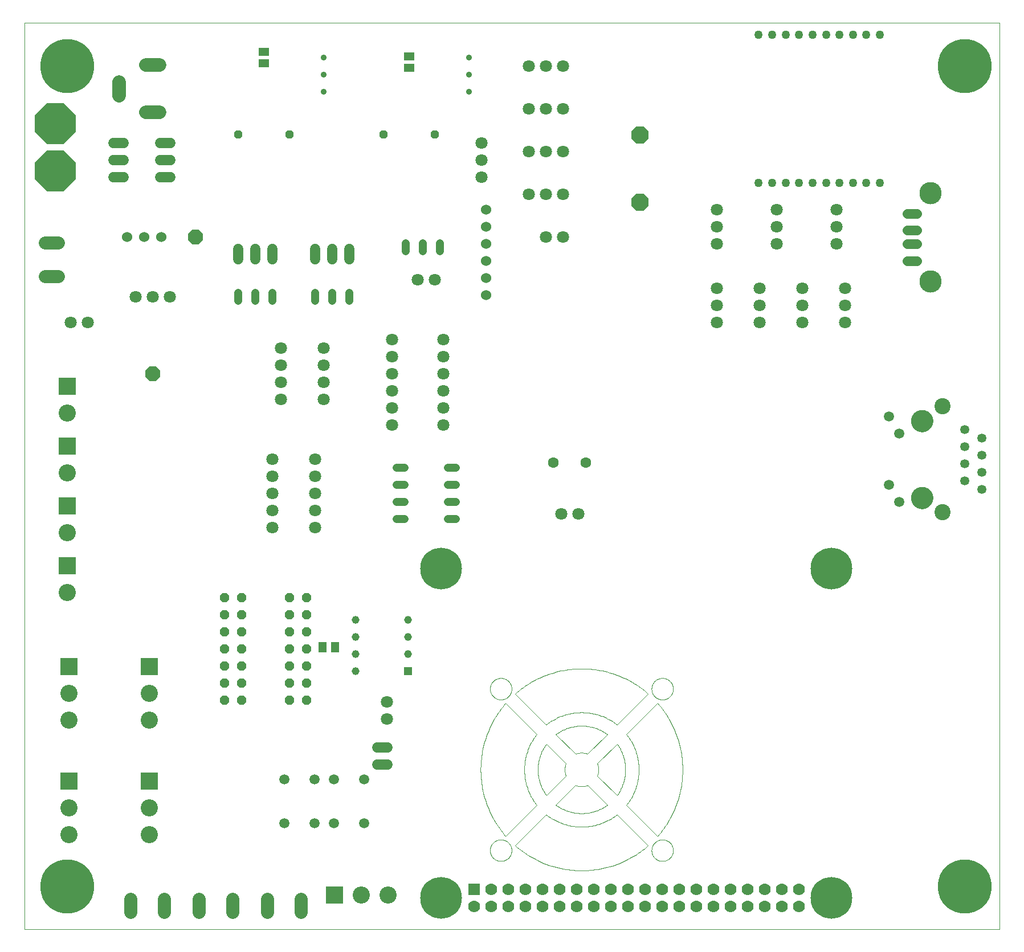
<source format=gbs>
G04 EAGLE Gerber X2 export*
%TF.Part,Single*%
%TF.FileFunction,Other,Solder Mask bottom*%
%TF.FilePolarity,Positive*%
%TF.GenerationSoftware,Autodesk,EAGLE,9.4.0*%
%TF.CreationDate,2019-06-20T13:46:01Z*%
G75*
%MOMM*%
%FSLAX34Y34*%
%LPD*%
%INSolder Mask bottom*%
%AMOC8*
5,1,8,0,0,1.08239X$1,22.5*%
G01*
%ADD10C,0.000000*%
%ADD11C,0.001000*%
%ADD12C,1.600000*%
%ADD13C,1.500000*%
%ADD14C,2.400000*%
%ADD15C,1.350000*%
%ADD16C,3.200000*%
%ADD17R,2.550000X2.550000*%
%ADD18C,2.550000*%
%ADD19C,1.800000*%
%ADD20P,2.336880X8X22.500000*%
%ADD21C,1.219200*%
%ADD22C,1.524000*%
%ADD23C,1.524000*%
%ADD24P,1.319650X8X202.500000*%
%ADD25C,1.981200*%
%ADD26P,2.749271X8X112.500000*%
%ADD27R,1.500000X1.300000*%
%ADD28C,0.914400*%
%ADD29P,1.484606X8X112.500000*%
%ADD30R,1.778000X1.778000*%
%ADD31C,1.778000*%
%ADD32C,6.200000*%
%ADD33C,2.000000*%
%ADD34C,1.425000*%
%ADD35C,3.316000*%
%ADD36C,1.270000*%
%ADD37R,1.159000X1.159000*%
%ADD38C,1.159000*%
%ADD39R,1.300000X1.500000*%
%ADD40P,6.511658X8X292.500000*%
%ADD41C,8.000000*%


D10*
X0Y0D02*
X1449200Y0D01*
X1449200Y1347600D01*
X0Y1347600D01*
X0Y0D01*
D11*
X714999Y138591D02*
X761142Y184734D01*
X761143Y184735D02*
X759885Y186370D01*
X758668Y188036D01*
X757492Y189731D01*
X756357Y191454D01*
X755264Y193203D01*
X754214Y194979D01*
X753207Y196780D01*
X752245Y198605D01*
X751326Y200452D01*
X750454Y202322D01*
X749626Y204211D01*
X748845Y206121D01*
X748110Y208049D01*
X747423Y209994D01*
X746782Y211955D01*
X746190Y213931D01*
X745646Y215921D01*
X745150Y217924D01*
X744703Y219938D01*
X744305Y221962D01*
X743956Y223995D01*
X743656Y226037D01*
X743407Y228084D01*
X743207Y230138D01*
X743056Y232195D01*
X742956Y234256D01*
X742906Y236318D01*
X742906Y238382D01*
X742956Y240444D01*
X743056Y242505D01*
X743207Y244562D01*
X743407Y246616D01*
X743656Y248663D01*
X743956Y250705D01*
X744305Y252738D01*
X744703Y254762D01*
X745150Y256776D01*
X745646Y258779D01*
X746190Y260769D01*
X746782Y262745D01*
X747423Y264706D01*
X748110Y266651D01*
X748845Y268579D01*
X749626Y270489D01*
X750454Y272378D01*
X751326Y274248D01*
X752245Y276095D01*
X753207Y277920D01*
X754214Y279721D01*
X755264Y281497D01*
X756357Y283246D01*
X757492Y284969D01*
X758668Y286664D01*
X759885Y288330D01*
X761143Y289965D01*
X761142Y289966D02*
X714999Y336109D01*
X712627Y333329D01*
X710324Y330493D01*
X708090Y327601D01*
X705927Y324655D01*
X703837Y321658D01*
X701820Y318611D01*
X699878Y315516D01*
X698012Y312374D01*
X696223Y309187D01*
X694512Y305958D01*
X692881Y302689D01*
X691329Y299380D01*
X689859Y296035D01*
X688470Y292655D01*
X687164Y289242D01*
X685942Y285798D01*
X684804Y282326D01*
X683751Y278827D01*
X682784Y275303D01*
X681902Y271756D01*
X681107Y268190D01*
X680400Y264605D01*
X679780Y261004D01*
X679247Y257388D01*
X678803Y253761D01*
X678448Y250124D01*
X678181Y246480D01*
X678003Y242830D01*
X677914Y239177D01*
X677914Y235523D01*
X678003Y231870D01*
X678181Y228220D01*
X678448Y224576D01*
X678803Y220939D01*
X679247Y217312D01*
X679780Y213696D01*
X680400Y210095D01*
X681107Y206510D01*
X681902Y202944D01*
X682784Y199397D01*
X683751Y195873D01*
X684804Y192374D01*
X685942Y188902D01*
X687164Y185458D01*
X688470Y182045D01*
X689859Y178665D01*
X691329Y175320D01*
X692881Y172011D01*
X694512Y168742D01*
X696223Y165513D01*
X698012Y162326D01*
X699878Y159184D01*
X701820Y156089D01*
X703837Y153042D01*
X705927Y150045D01*
X708090Y147099D01*
X710324Y144207D01*
X712627Y141371D01*
X714999Y138591D01*
X880516Y304108D02*
X926659Y350251D01*
X880515Y304107D02*
X878880Y305365D01*
X877214Y306582D01*
X875519Y307758D01*
X873796Y308893D01*
X872047Y309986D01*
X870271Y311036D01*
X868470Y312043D01*
X866645Y313005D01*
X864798Y313924D01*
X862928Y314796D01*
X861039Y315624D01*
X859129Y316405D01*
X857201Y317140D01*
X855256Y317827D01*
X853295Y318468D01*
X851319Y319060D01*
X849329Y319604D01*
X847326Y320100D01*
X845312Y320547D01*
X843288Y320945D01*
X841255Y321294D01*
X839213Y321594D01*
X837166Y321843D01*
X835112Y322043D01*
X833055Y322194D01*
X830994Y322294D01*
X828932Y322344D01*
X826868Y322344D01*
X824806Y322294D01*
X822745Y322194D01*
X820688Y322043D01*
X818634Y321843D01*
X816587Y321594D01*
X814545Y321294D01*
X812512Y320945D01*
X810488Y320547D01*
X808474Y320100D01*
X806471Y319604D01*
X804481Y319060D01*
X802505Y318468D01*
X800544Y317827D01*
X798599Y317140D01*
X796671Y316405D01*
X794761Y315624D01*
X792872Y314796D01*
X791002Y313924D01*
X789155Y313005D01*
X787330Y312043D01*
X785529Y311036D01*
X783753Y309986D01*
X782004Y308893D01*
X780281Y307758D01*
X778586Y306582D01*
X776920Y305365D01*
X775285Y304107D01*
X775284Y304108D02*
X729141Y350251D01*
X731921Y352623D01*
X734757Y354926D01*
X737649Y357160D01*
X740595Y359323D01*
X743592Y361413D01*
X746639Y363430D01*
X749734Y365372D01*
X752876Y367238D01*
X756063Y369027D01*
X759292Y370738D01*
X762561Y372369D01*
X765870Y373921D01*
X769215Y375391D01*
X772595Y376780D01*
X776008Y378086D01*
X779452Y379308D01*
X782924Y380446D01*
X786423Y381499D01*
X789947Y382466D01*
X793494Y383348D01*
X797060Y384143D01*
X800645Y384850D01*
X804246Y385470D01*
X807862Y386003D01*
X811489Y386447D01*
X815126Y386802D01*
X818770Y387069D01*
X822420Y387247D01*
X826073Y387336D01*
X829727Y387336D01*
X833380Y387247D01*
X837030Y387069D01*
X840674Y386802D01*
X844311Y386447D01*
X847938Y386003D01*
X851554Y385470D01*
X855155Y384850D01*
X858740Y384143D01*
X862306Y383348D01*
X865853Y382466D01*
X869377Y381499D01*
X872876Y380446D01*
X876348Y379308D01*
X879792Y378086D01*
X883205Y376780D01*
X886585Y375391D01*
X889930Y373921D01*
X893239Y372369D01*
X896508Y370738D01*
X899737Y369027D01*
X902924Y367238D01*
X906066Y365372D01*
X909161Y363430D01*
X912208Y361413D01*
X915205Y359323D01*
X918151Y357160D01*
X921043Y354926D01*
X923879Y352623D01*
X926659Y350251D01*
X880516Y170592D02*
X926659Y124449D01*
X880515Y170593D02*
X878880Y169335D01*
X877214Y168118D01*
X875519Y166942D01*
X873796Y165807D01*
X872047Y164714D01*
X870271Y163664D01*
X868470Y162657D01*
X866645Y161695D01*
X864798Y160776D01*
X862928Y159904D01*
X861039Y159076D01*
X859129Y158295D01*
X857201Y157560D01*
X855256Y156873D01*
X853295Y156232D01*
X851319Y155640D01*
X849329Y155096D01*
X847326Y154600D01*
X845312Y154153D01*
X843288Y153755D01*
X841255Y153406D01*
X839213Y153106D01*
X837166Y152857D01*
X835112Y152657D01*
X833055Y152506D01*
X830994Y152406D01*
X828932Y152356D01*
X826868Y152356D01*
X824806Y152406D01*
X822745Y152506D01*
X820688Y152657D01*
X818634Y152857D01*
X816587Y153106D01*
X814545Y153406D01*
X812512Y153755D01*
X810488Y154153D01*
X808474Y154600D01*
X806471Y155096D01*
X804481Y155640D01*
X802505Y156232D01*
X800544Y156873D01*
X798599Y157560D01*
X796671Y158295D01*
X794761Y159076D01*
X792872Y159904D01*
X791002Y160776D01*
X789155Y161695D01*
X787330Y162657D01*
X785529Y163664D01*
X783753Y164714D01*
X782004Y165807D01*
X780281Y166942D01*
X778586Y168118D01*
X776920Y169335D01*
X775285Y170593D01*
X775284Y170592D02*
X729141Y124449D01*
X731921Y122077D01*
X734757Y119774D01*
X737649Y117540D01*
X740595Y115377D01*
X743592Y113287D01*
X746639Y111270D01*
X749734Y109328D01*
X752876Y107462D01*
X756063Y105673D01*
X759292Y103962D01*
X762561Y102331D01*
X765870Y100779D01*
X769215Y99309D01*
X772595Y97920D01*
X776008Y96614D01*
X779452Y95392D01*
X782924Y94254D01*
X786423Y93201D01*
X789947Y92234D01*
X793494Y91352D01*
X797060Y90557D01*
X800645Y89850D01*
X804246Y89230D01*
X807862Y88697D01*
X811489Y88253D01*
X815126Y87898D01*
X818770Y87631D01*
X822420Y87453D01*
X826073Y87364D01*
X829727Y87364D01*
X833380Y87453D01*
X837030Y87631D01*
X840674Y87898D01*
X844311Y88253D01*
X847938Y88697D01*
X851554Y89230D01*
X855155Y89850D01*
X858740Y90557D01*
X862306Y91352D01*
X865853Y92234D01*
X869377Y93201D01*
X872876Y94254D01*
X876348Y95392D01*
X879792Y96614D01*
X883205Y97920D01*
X886585Y99309D01*
X889930Y100779D01*
X893239Y102331D01*
X896508Y103962D01*
X899737Y105673D01*
X902924Y107462D01*
X906066Y109328D01*
X909161Y111270D01*
X912208Y113287D01*
X915205Y115377D01*
X918151Y117540D01*
X921043Y119774D01*
X923879Y122077D01*
X926659Y124449D01*
X894657Y184735D02*
X895915Y186370D01*
X897132Y188036D01*
X898308Y189731D01*
X899443Y191454D01*
X900536Y193203D01*
X901586Y194979D01*
X902593Y196780D01*
X903555Y198605D01*
X904474Y200452D01*
X905346Y202322D01*
X906174Y204211D01*
X906955Y206121D01*
X907690Y208049D01*
X908377Y209994D01*
X909018Y211955D01*
X909610Y213931D01*
X910154Y215921D01*
X910650Y217924D01*
X911097Y219938D01*
X911495Y221962D01*
X911844Y223995D01*
X912144Y226037D01*
X912393Y228084D01*
X912593Y230138D01*
X912744Y232195D01*
X912844Y234256D01*
X912894Y236318D01*
X912894Y238382D01*
X912844Y240444D01*
X912744Y242505D01*
X912593Y244562D01*
X912393Y246616D01*
X912144Y248663D01*
X911844Y250705D01*
X911495Y252738D01*
X911097Y254762D01*
X910650Y256776D01*
X910154Y258779D01*
X909610Y260769D01*
X909018Y262745D01*
X908377Y264706D01*
X907690Y266651D01*
X906955Y268579D01*
X906174Y270489D01*
X905346Y272378D01*
X904474Y274248D01*
X903555Y276095D01*
X902593Y277920D01*
X901586Y279721D01*
X900536Y281497D01*
X899443Y283246D01*
X898308Y284969D01*
X897132Y286664D01*
X895915Y288330D01*
X894657Y289965D01*
X894658Y184734D02*
X940801Y138591D01*
X943173Y141371D01*
X945476Y144207D01*
X947710Y147099D01*
X949873Y150045D01*
X951963Y153042D01*
X953980Y156089D01*
X955922Y159184D01*
X957788Y162326D01*
X959577Y165513D01*
X961288Y168742D01*
X962919Y172011D01*
X964471Y175320D01*
X965941Y178665D01*
X967330Y182045D01*
X968636Y185458D01*
X969858Y188902D01*
X970996Y192374D01*
X972049Y195873D01*
X973016Y199397D01*
X973898Y202944D01*
X974693Y206510D01*
X975400Y210095D01*
X976020Y213696D01*
X976553Y217312D01*
X976997Y220939D01*
X977352Y224576D01*
X977619Y228220D01*
X977797Y231870D01*
X977886Y235523D01*
X977886Y239177D01*
X977797Y242830D01*
X977619Y246480D01*
X977352Y250124D01*
X976997Y253761D01*
X976553Y257388D01*
X976020Y261004D01*
X975400Y264605D01*
X974693Y268190D01*
X973898Y271756D01*
X973016Y275303D01*
X972049Y278827D01*
X970996Y282326D01*
X969858Y285798D01*
X968636Y289242D01*
X967330Y292655D01*
X965941Y296035D01*
X964471Y299380D01*
X962919Y302689D01*
X961288Y305958D01*
X959577Y309187D01*
X957788Y312374D01*
X955922Y315516D01*
X953980Y318611D01*
X951963Y321658D01*
X949873Y324655D01*
X947710Y327601D01*
X945476Y330493D01*
X943173Y333329D01*
X940801Y336109D01*
X894658Y289966D01*
X880386Y275694D02*
X881301Y274409D01*
X882184Y273102D01*
X883036Y271774D01*
X883855Y270426D01*
X884641Y269059D01*
X885394Y267673D01*
X886113Y266269D01*
X886797Y264848D01*
X887447Y263411D01*
X888062Y261958D01*
X888641Y260491D01*
X889185Y259010D01*
X889692Y257517D01*
X890163Y256012D01*
X890598Y254495D01*
X890996Y252969D01*
X891356Y251433D01*
X891679Y249890D01*
X891964Y248338D01*
X892212Y246781D01*
X892422Y245217D01*
X892594Y243649D01*
X892728Y242078D01*
X892823Y240503D01*
X892881Y238927D01*
X892900Y237350D01*
X892881Y235773D01*
X892823Y234197D01*
X892728Y232622D01*
X892594Y231051D01*
X892422Y229483D01*
X892212Y227919D01*
X891964Y226362D01*
X891679Y224810D01*
X891356Y223267D01*
X890996Y221731D01*
X890598Y220205D01*
X890163Y218688D01*
X889692Y217183D01*
X889185Y215690D01*
X888641Y214209D01*
X888062Y212742D01*
X887447Y211289D01*
X886797Y209852D01*
X886113Y208431D01*
X885394Y207027D01*
X884641Y205641D01*
X883855Y204274D01*
X883036Y202926D01*
X882184Y201598D01*
X881301Y200291D01*
X880386Y199006D01*
X851173Y228219D01*
X851387Y228783D01*
X851586Y229352D01*
X851772Y229926D01*
X851944Y230504D01*
X852102Y231086D01*
X852247Y231671D01*
X852376Y232260D01*
X852492Y232852D01*
X852593Y233446D01*
X852680Y234043D01*
X852753Y234642D01*
X852811Y235242D01*
X852855Y235843D01*
X852884Y236446D01*
X852898Y237048D01*
X852898Y237652D01*
X852884Y238254D01*
X852855Y238857D01*
X852811Y239458D01*
X852753Y240058D01*
X852680Y240657D01*
X852593Y241254D01*
X852492Y241848D01*
X852376Y242440D01*
X852247Y243029D01*
X852102Y243614D01*
X851944Y244196D01*
X851772Y244774D01*
X851586Y245348D01*
X851387Y245917D01*
X851173Y246481D01*
X880386Y275694D01*
X866244Y289836D02*
X864959Y290751D01*
X863652Y291634D01*
X862324Y292486D01*
X860976Y293305D01*
X859609Y294091D01*
X858223Y294844D01*
X856819Y295563D01*
X855398Y296247D01*
X853961Y296897D01*
X852508Y297512D01*
X851041Y298091D01*
X849560Y298635D01*
X848067Y299142D01*
X846562Y299613D01*
X845045Y300048D01*
X843519Y300446D01*
X841983Y300806D01*
X840440Y301129D01*
X838888Y301414D01*
X837331Y301662D01*
X835767Y301872D01*
X834199Y302044D01*
X832628Y302178D01*
X831053Y302273D01*
X829477Y302331D01*
X827900Y302350D01*
X826323Y302331D01*
X824747Y302273D01*
X823172Y302178D01*
X821601Y302044D01*
X820033Y301872D01*
X818469Y301662D01*
X816912Y301414D01*
X815360Y301129D01*
X813817Y300806D01*
X812281Y300446D01*
X810755Y300048D01*
X809238Y299613D01*
X807733Y299142D01*
X806240Y298635D01*
X804759Y298091D01*
X803292Y297512D01*
X801839Y296897D01*
X800402Y296247D01*
X798981Y295563D01*
X797577Y294844D01*
X796191Y294091D01*
X794824Y293305D01*
X793476Y292486D01*
X792148Y291634D01*
X790841Y290751D01*
X789556Y289836D01*
X818769Y260623D01*
X819333Y260837D01*
X819902Y261036D01*
X820476Y261222D01*
X821054Y261394D01*
X821636Y261552D01*
X822221Y261697D01*
X822810Y261826D01*
X823402Y261942D01*
X823996Y262043D01*
X824593Y262130D01*
X825192Y262203D01*
X825792Y262261D01*
X826393Y262305D01*
X826996Y262334D01*
X827598Y262348D01*
X828202Y262348D01*
X828804Y262334D01*
X829407Y262305D01*
X830008Y262261D01*
X830608Y262203D01*
X831207Y262130D01*
X831804Y262043D01*
X832398Y261942D01*
X832990Y261826D01*
X833579Y261697D01*
X834164Y261552D01*
X834746Y261394D01*
X835324Y261222D01*
X835898Y261036D01*
X836467Y260837D01*
X837031Y260623D01*
X866244Y289836D01*
X837031Y214077D02*
X836467Y213863D01*
X835898Y213664D01*
X835324Y213478D01*
X834746Y213306D01*
X834164Y213148D01*
X833579Y213003D01*
X832990Y212874D01*
X832398Y212758D01*
X831804Y212657D01*
X831207Y212570D01*
X830608Y212497D01*
X830008Y212439D01*
X829407Y212395D01*
X828804Y212366D01*
X828202Y212352D01*
X827598Y212352D01*
X826996Y212366D01*
X826393Y212395D01*
X825792Y212439D01*
X825192Y212497D01*
X824593Y212570D01*
X823996Y212657D01*
X823402Y212758D01*
X822810Y212874D01*
X822221Y213003D01*
X821636Y213148D01*
X821054Y213306D01*
X820476Y213478D01*
X819902Y213664D01*
X819333Y213863D01*
X818769Y214077D01*
X837031Y214077D02*
X866244Y184864D01*
X864959Y183949D01*
X863652Y183066D01*
X862324Y182214D01*
X860976Y181395D01*
X859609Y180609D01*
X858223Y179856D01*
X856819Y179137D01*
X855398Y178453D01*
X853961Y177803D01*
X852508Y177188D01*
X851041Y176609D01*
X849560Y176065D01*
X848067Y175558D01*
X846562Y175087D01*
X845045Y174652D01*
X843519Y174254D01*
X841983Y173894D01*
X840440Y173571D01*
X838888Y173286D01*
X837331Y173038D01*
X835767Y172828D01*
X834199Y172656D01*
X832628Y172522D01*
X831053Y172427D01*
X829477Y172369D01*
X827900Y172350D01*
X826323Y172369D01*
X824747Y172427D01*
X823172Y172522D01*
X821601Y172656D01*
X820033Y172828D01*
X818469Y173038D01*
X816912Y173286D01*
X815360Y173571D01*
X813817Y173894D01*
X812281Y174254D01*
X810755Y174652D01*
X809238Y175087D01*
X807733Y175558D01*
X806240Y176065D01*
X804759Y176609D01*
X803292Y177188D01*
X801839Y177803D01*
X800402Y178453D01*
X798981Y179137D01*
X797577Y179856D01*
X796191Y180609D01*
X794824Y181395D01*
X793476Y182214D01*
X792148Y183066D01*
X790841Y183949D01*
X789556Y184864D01*
X818769Y214077D01*
X804627Y228219D02*
X804413Y228783D01*
X804214Y229352D01*
X804028Y229926D01*
X803856Y230504D01*
X803698Y231086D01*
X803553Y231671D01*
X803424Y232260D01*
X803308Y232852D01*
X803207Y233446D01*
X803120Y234043D01*
X803047Y234642D01*
X802989Y235242D01*
X802945Y235843D01*
X802916Y236446D01*
X802902Y237048D01*
X802902Y237652D01*
X802916Y238254D01*
X802945Y238857D01*
X802989Y239458D01*
X803047Y240058D01*
X803120Y240657D01*
X803207Y241254D01*
X803308Y241848D01*
X803424Y242440D01*
X803553Y243029D01*
X803698Y243614D01*
X803856Y244196D01*
X804028Y244774D01*
X804214Y245348D01*
X804413Y245917D01*
X804627Y246481D01*
X775414Y275694D01*
X774499Y274409D01*
X773616Y273102D01*
X772764Y271774D01*
X771945Y270426D01*
X771159Y269059D01*
X770406Y267673D01*
X769687Y266269D01*
X769003Y264848D01*
X768353Y263411D01*
X767738Y261958D01*
X767159Y260491D01*
X766615Y259010D01*
X766108Y257517D01*
X765637Y256012D01*
X765202Y254495D01*
X764804Y252969D01*
X764444Y251433D01*
X764121Y249890D01*
X763836Y248338D01*
X763588Y246781D01*
X763378Y245217D01*
X763206Y243649D01*
X763072Y242078D01*
X762977Y240503D01*
X762919Y238927D01*
X762900Y237350D01*
X762919Y235773D01*
X762977Y234197D01*
X763072Y232622D01*
X763206Y231051D01*
X763378Y229483D01*
X763588Y227919D01*
X763836Y226362D01*
X764121Y224810D01*
X764444Y223267D01*
X764804Y221731D01*
X765202Y220205D01*
X765637Y218688D01*
X766108Y217183D01*
X766615Y215690D01*
X767159Y214209D01*
X767738Y212742D01*
X768353Y211289D01*
X769003Y209852D01*
X769687Y208431D01*
X770406Y207027D01*
X771159Y205641D01*
X771945Y204274D01*
X772764Y202926D01*
X773616Y201598D01*
X774499Y200291D01*
X775414Y199006D01*
X804627Y228219D01*
X691900Y117350D02*
X691905Y117743D01*
X691919Y118135D01*
X691943Y118527D01*
X691977Y118918D01*
X692020Y119309D01*
X692073Y119698D01*
X692136Y120085D01*
X692207Y120471D01*
X692289Y120856D01*
X692379Y121238D01*
X692480Y121617D01*
X692589Y121995D01*
X692708Y122369D01*
X692835Y122740D01*
X692972Y123108D01*
X693118Y123473D01*
X693273Y123834D01*
X693436Y124191D01*
X693608Y124544D01*
X693789Y124892D01*
X693979Y125236D01*
X694176Y125576D01*
X694382Y125910D01*
X694596Y126239D01*
X694819Y126563D01*
X695049Y126881D01*
X695286Y127194D01*
X695532Y127500D01*
X695785Y127801D01*
X696045Y128095D01*
X696312Y128383D01*
X696586Y128664D01*
X696867Y128938D01*
X697155Y129205D01*
X697449Y129465D01*
X697750Y129718D01*
X698056Y129964D01*
X698369Y130201D01*
X698687Y130431D01*
X699011Y130654D01*
X699340Y130868D01*
X699674Y131074D01*
X700014Y131271D01*
X700358Y131461D01*
X700706Y131642D01*
X701059Y131814D01*
X701416Y131977D01*
X701777Y132132D01*
X702142Y132278D01*
X702510Y132415D01*
X702881Y132542D01*
X703255Y132661D01*
X703633Y132770D01*
X704012Y132871D01*
X704394Y132961D01*
X704779Y133043D01*
X705165Y133114D01*
X705552Y133177D01*
X705941Y133230D01*
X706332Y133273D01*
X706723Y133307D01*
X707115Y133331D01*
X707507Y133345D01*
X707900Y133350D01*
X708293Y133345D01*
X708685Y133331D01*
X709077Y133307D01*
X709468Y133273D01*
X709859Y133230D01*
X710248Y133177D01*
X710635Y133114D01*
X711021Y133043D01*
X711406Y132961D01*
X711788Y132871D01*
X712167Y132770D01*
X712545Y132661D01*
X712919Y132542D01*
X713290Y132415D01*
X713658Y132278D01*
X714023Y132132D01*
X714384Y131977D01*
X714741Y131814D01*
X715094Y131642D01*
X715442Y131461D01*
X715786Y131271D01*
X716126Y131074D01*
X716460Y130868D01*
X716789Y130654D01*
X717113Y130431D01*
X717431Y130201D01*
X717744Y129964D01*
X718050Y129718D01*
X718351Y129465D01*
X718645Y129205D01*
X718933Y128938D01*
X719214Y128664D01*
X719488Y128383D01*
X719755Y128095D01*
X720015Y127801D01*
X720268Y127500D01*
X720514Y127194D01*
X720751Y126881D01*
X720981Y126563D01*
X721204Y126239D01*
X721418Y125910D01*
X721624Y125576D01*
X721821Y125236D01*
X722011Y124892D01*
X722192Y124544D01*
X722364Y124191D01*
X722527Y123834D01*
X722682Y123473D01*
X722828Y123108D01*
X722965Y122740D01*
X723092Y122369D01*
X723211Y121995D01*
X723320Y121617D01*
X723421Y121238D01*
X723511Y120856D01*
X723593Y120471D01*
X723664Y120085D01*
X723727Y119698D01*
X723780Y119309D01*
X723823Y118918D01*
X723857Y118527D01*
X723881Y118135D01*
X723895Y117743D01*
X723900Y117350D01*
X723895Y116957D01*
X723881Y116565D01*
X723857Y116173D01*
X723823Y115782D01*
X723780Y115391D01*
X723727Y115002D01*
X723664Y114615D01*
X723593Y114229D01*
X723511Y113844D01*
X723421Y113462D01*
X723320Y113083D01*
X723211Y112705D01*
X723092Y112331D01*
X722965Y111960D01*
X722828Y111592D01*
X722682Y111227D01*
X722527Y110866D01*
X722364Y110509D01*
X722192Y110156D01*
X722011Y109808D01*
X721821Y109464D01*
X721624Y109124D01*
X721418Y108790D01*
X721204Y108461D01*
X720981Y108137D01*
X720751Y107819D01*
X720514Y107506D01*
X720268Y107200D01*
X720015Y106899D01*
X719755Y106605D01*
X719488Y106317D01*
X719214Y106036D01*
X718933Y105762D01*
X718645Y105495D01*
X718351Y105235D01*
X718050Y104982D01*
X717744Y104736D01*
X717431Y104499D01*
X717113Y104269D01*
X716789Y104046D01*
X716460Y103832D01*
X716126Y103626D01*
X715786Y103429D01*
X715442Y103239D01*
X715094Y103058D01*
X714741Y102886D01*
X714384Y102723D01*
X714023Y102568D01*
X713658Y102422D01*
X713290Y102285D01*
X712919Y102158D01*
X712545Y102039D01*
X712167Y101930D01*
X711788Y101829D01*
X711406Y101739D01*
X711021Y101657D01*
X710635Y101586D01*
X710248Y101523D01*
X709859Y101470D01*
X709468Y101427D01*
X709077Y101393D01*
X708685Y101369D01*
X708293Y101355D01*
X707900Y101350D01*
X707507Y101355D01*
X707115Y101369D01*
X706723Y101393D01*
X706332Y101427D01*
X705941Y101470D01*
X705552Y101523D01*
X705165Y101586D01*
X704779Y101657D01*
X704394Y101739D01*
X704012Y101829D01*
X703633Y101930D01*
X703255Y102039D01*
X702881Y102158D01*
X702510Y102285D01*
X702142Y102422D01*
X701777Y102568D01*
X701416Y102723D01*
X701059Y102886D01*
X700706Y103058D01*
X700358Y103239D01*
X700014Y103429D01*
X699674Y103626D01*
X699340Y103832D01*
X699011Y104046D01*
X698687Y104269D01*
X698369Y104499D01*
X698056Y104736D01*
X697750Y104982D01*
X697449Y105235D01*
X697155Y105495D01*
X696867Y105762D01*
X696586Y106036D01*
X696312Y106317D01*
X696045Y106605D01*
X695785Y106899D01*
X695532Y107200D01*
X695286Y107506D01*
X695049Y107819D01*
X694819Y108137D01*
X694596Y108461D01*
X694382Y108790D01*
X694176Y109124D01*
X693979Y109464D01*
X693789Y109808D01*
X693608Y110156D01*
X693436Y110509D01*
X693273Y110866D01*
X693118Y111227D01*
X692972Y111592D01*
X692835Y111960D01*
X692708Y112331D01*
X692589Y112705D01*
X692480Y113083D01*
X692379Y113462D01*
X692289Y113844D01*
X692207Y114229D01*
X692136Y114615D01*
X692073Y115002D01*
X692020Y115391D01*
X691977Y115782D01*
X691943Y116173D01*
X691919Y116565D01*
X691905Y116957D01*
X691900Y117350D01*
X691900Y357350D02*
X691905Y357743D01*
X691919Y358135D01*
X691943Y358527D01*
X691977Y358918D01*
X692020Y359309D01*
X692073Y359698D01*
X692136Y360085D01*
X692207Y360471D01*
X692289Y360856D01*
X692379Y361238D01*
X692480Y361617D01*
X692589Y361995D01*
X692708Y362369D01*
X692835Y362740D01*
X692972Y363108D01*
X693118Y363473D01*
X693273Y363834D01*
X693436Y364191D01*
X693608Y364544D01*
X693789Y364892D01*
X693979Y365236D01*
X694176Y365576D01*
X694382Y365910D01*
X694596Y366239D01*
X694819Y366563D01*
X695049Y366881D01*
X695286Y367194D01*
X695532Y367500D01*
X695785Y367801D01*
X696045Y368095D01*
X696312Y368383D01*
X696586Y368664D01*
X696867Y368938D01*
X697155Y369205D01*
X697449Y369465D01*
X697750Y369718D01*
X698056Y369964D01*
X698369Y370201D01*
X698687Y370431D01*
X699011Y370654D01*
X699340Y370868D01*
X699674Y371074D01*
X700014Y371271D01*
X700358Y371461D01*
X700706Y371642D01*
X701059Y371814D01*
X701416Y371977D01*
X701777Y372132D01*
X702142Y372278D01*
X702510Y372415D01*
X702881Y372542D01*
X703255Y372661D01*
X703633Y372770D01*
X704012Y372871D01*
X704394Y372961D01*
X704779Y373043D01*
X705165Y373114D01*
X705552Y373177D01*
X705941Y373230D01*
X706332Y373273D01*
X706723Y373307D01*
X707115Y373331D01*
X707507Y373345D01*
X707900Y373350D01*
X708293Y373345D01*
X708685Y373331D01*
X709077Y373307D01*
X709468Y373273D01*
X709859Y373230D01*
X710248Y373177D01*
X710635Y373114D01*
X711021Y373043D01*
X711406Y372961D01*
X711788Y372871D01*
X712167Y372770D01*
X712545Y372661D01*
X712919Y372542D01*
X713290Y372415D01*
X713658Y372278D01*
X714023Y372132D01*
X714384Y371977D01*
X714741Y371814D01*
X715094Y371642D01*
X715442Y371461D01*
X715786Y371271D01*
X716126Y371074D01*
X716460Y370868D01*
X716789Y370654D01*
X717113Y370431D01*
X717431Y370201D01*
X717744Y369964D01*
X718050Y369718D01*
X718351Y369465D01*
X718645Y369205D01*
X718933Y368938D01*
X719214Y368664D01*
X719488Y368383D01*
X719755Y368095D01*
X720015Y367801D01*
X720268Y367500D01*
X720514Y367194D01*
X720751Y366881D01*
X720981Y366563D01*
X721204Y366239D01*
X721418Y365910D01*
X721624Y365576D01*
X721821Y365236D01*
X722011Y364892D01*
X722192Y364544D01*
X722364Y364191D01*
X722527Y363834D01*
X722682Y363473D01*
X722828Y363108D01*
X722965Y362740D01*
X723092Y362369D01*
X723211Y361995D01*
X723320Y361617D01*
X723421Y361238D01*
X723511Y360856D01*
X723593Y360471D01*
X723664Y360085D01*
X723727Y359698D01*
X723780Y359309D01*
X723823Y358918D01*
X723857Y358527D01*
X723881Y358135D01*
X723895Y357743D01*
X723900Y357350D01*
X723895Y356957D01*
X723881Y356565D01*
X723857Y356173D01*
X723823Y355782D01*
X723780Y355391D01*
X723727Y355002D01*
X723664Y354615D01*
X723593Y354229D01*
X723511Y353844D01*
X723421Y353462D01*
X723320Y353083D01*
X723211Y352705D01*
X723092Y352331D01*
X722965Y351960D01*
X722828Y351592D01*
X722682Y351227D01*
X722527Y350866D01*
X722364Y350509D01*
X722192Y350156D01*
X722011Y349808D01*
X721821Y349464D01*
X721624Y349124D01*
X721418Y348790D01*
X721204Y348461D01*
X720981Y348137D01*
X720751Y347819D01*
X720514Y347506D01*
X720268Y347200D01*
X720015Y346899D01*
X719755Y346605D01*
X719488Y346317D01*
X719214Y346036D01*
X718933Y345762D01*
X718645Y345495D01*
X718351Y345235D01*
X718050Y344982D01*
X717744Y344736D01*
X717431Y344499D01*
X717113Y344269D01*
X716789Y344046D01*
X716460Y343832D01*
X716126Y343626D01*
X715786Y343429D01*
X715442Y343239D01*
X715094Y343058D01*
X714741Y342886D01*
X714384Y342723D01*
X714023Y342568D01*
X713658Y342422D01*
X713290Y342285D01*
X712919Y342158D01*
X712545Y342039D01*
X712167Y341930D01*
X711788Y341829D01*
X711406Y341739D01*
X711021Y341657D01*
X710635Y341586D01*
X710248Y341523D01*
X709859Y341470D01*
X709468Y341427D01*
X709077Y341393D01*
X708685Y341369D01*
X708293Y341355D01*
X707900Y341350D01*
X707507Y341355D01*
X707115Y341369D01*
X706723Y341393D01*
X706332Y341427D01*
X705941Y341470D01*
X705552Y341523D01*
X705165Y341586D01*
X704779Y341657D01*
X704394Y341739D01*
X704012Y341829D01*
X703633Y341930D01*
X703255Y342039D01*
X702881Y342158D01*
X702510Y342285D01*
X702142Y342422D01*
X701777Y342568D01*
X701416Y342723D01*
X701059Y342886D01*
X700706Y343058D01*
X700358Y343239D01*
X700014Y343429D01*
X699674Y343626D01*
X699340Y343832D01*
X699011Y344046D01*
X698687Y344269D01*
X698369Y344499D01*
X698056Y344736D01*
X697750Y344982D01*
X697449Y345235D01*
X697155Y345495D01*
X696867Y345762D01*
X696586Y346036D01*
X696312Y346317D01*
X696045Y346605D01*
X695785Y346899D01*
X695532Y347200D01*
X695286Y347506D01*
X695049Y347819D01*
X694819Y348137D01*
X694596Y348461D01*
X694382Y348790D01*
X694176Y349124D01*
X693979Y349464D01*
X693789Y349808D01*
X693608Y350156D01*
X693436Y350509D01*
X693273Y350866D01*
X693118Y351227D01*
X692972Y351592D01*
X692835Y351960D01*
X692708Y352331D01*
X692589Y352705D01*
X692480Y353083D01*
X692379Y353462D01*
X692289Y353844D01*
X692207Y354229D01*
X692136Y354615D01*
X692073Y355002D01*
X692020Y355391D01*
X691977Y355782D01*
X691943Y356173D01*
X691919Y356565D01*
X691905Y356957D01*
X691900Y357350D01*
X931900Y357350D02*
X931905Y357743D01*
X931919Y358135D01*
X931943Y358527D01*
X931977Y358918D01*
X932020Y359309D01*
X932073Y359698D01*
X932136Y360085D01*
X932207Y360471D01*
X932289Y360856D01*
X932379Y361238D01*
X932480Y361617D01*
X932589Y361995D01*
X932708Y362369D01*
X932835Y362740D01*
X932972Y363108D01*
X933118Y363473D01*
X933273Y363834D01*
X933436Y364191D01*
X933608Y364544D01*
X933789Y364892D01*
X933979Y365236D01*
X934176Y365576D01*
X934382Y365910D01*
X934596Y366239D01*
X934819Y366563D01*
X935049Y366881D01*
X935286Y367194D01*
X935532Y367500D01*
X935785Y367801D01*
X936045Y368095D01*
X936312Y368383D01*
X936586Y368664D01*
X936867Y368938D01*
X937155Y369205D01*
X937449Y369465D01*
X937750Y369718D01*
X938056Y369964D01*
X938369Y370201D01*
X938687Y370431D01*
X939011Y370654D01*
X939340Y370868D01*
X939674Y371074D01*
X940014Y371271D01*
X940358Y371461D01*
X940706Y371642D01*
X941059Y371814D01*
X941416Y371977D01*
X941777Y372132D01*
X942142Y372278D01*
X942510Y372415D01*
X942881Y372542D01*
X943255Y372661D01*
X943633Y372770D01*
X944012Y372871D01*
X944394Y372961D01*
X944779Y373043D01*
X945165Y373114D01*
X945552Y373177D01*
X945941Y373230D01*
X946332Y373273D01*
X946723Y373307D01*
X947115Y373331D01*
X947507Y373345D01*
X947900Y373350D01*
X948293Y373345D01*
X948685Y373331D01*
X949077Y373307D01*
X949468Y373273D01*
X949859Y373230D01*
X950248Y373177D01*
X950635Y373114D01*
X951021Y373043D01*
X951406Y372961D01*
X951788Y372871D01*
X952167Y372770D01*
X952545Y372661D01*
X952919Y372542D01*
X953290Y372415D01*
X953658Y372278D01*
X954023Y372132D01*
X954384Y371977D01*
X954741Y371814D01*
X955094Y371642D01*
X955442Y371461D01*
X955786Y371271D01*
X956126Y371074D01*
X956460Y370868D01*
X956789Y370654D01*
X957113Y370431D01*
X957431Y370201D01*
X957744Y369964D01*
X958050Y369718D01*
X958351Y369465D01*
X958645Y369205D01*
X958933Y368938D01*
X959214Y368664D01*
X959488Y368383D01*
X959755Y368095D01*
X960015Y367801D01*
X960268Y367500D01*
X960514Y367194D01*
X960751Y366881D01*
X960981Y366563D01*
X961204Y366239D01*
X961418Y365910D01*
X961624Y365576D01*
X961821Y365236D01*
X962011Y364892D01*
X962192Y364544D01*
X962364Y364191D01*
X962527Y363834D01*
X962682Y363473D01*
X962828Y363108D01*
X962965Y362740D01*
X963092Y362369D01*
X963211Y361995D01*
X963320Y361617D01*
X963421Y361238D01*
X963511Y360856D01*
X963593Y360471D01*
X963664Y360085D01*
X963727Y359698D01*
X963780Y359309D01*
X963823Y358918D01*
X963857Y358527D01*
X963881Y358135D01*
X963895Y357743D01*
X963900Y357350D01*
X963895Y356957D01*
X963881Y356565D01*
X963857Y356173D01*
X963823Y355782D01*
X963780Y355391D01*
X963727Y355002D01*
X963664Y354615D01*
X963593Y354229D01*
X963511Y353844D01*
X963421Y353462D01*
X963320Y353083D01*
X963211Y352705D01*
X963092Y352331D01*
X962965Y351960D01*
X962828Y351592D01*
X962682Y351227D01*
X962527Y350866D01*
X962364Y350509D01*
X962192Y350156D01*
X962011Y349808D01*
X961821Y349464D01*
X961624Y349124D01*
X961418Y348790D01*
X961204Y348461D01*
X960981Y348137D01*
X960751Y347819D01*
X960514Y347506D01*
X960268Y347200D01*
X960015Y346899D01*
X959755Y346605D01*
X959488Y346317D01*
X959214Y346036D01*
X958933Y345762D01*
X958645Y345495D01*
X958351Y345235D01*
X958050Y344982D01*
X957744Y344736D01*
X957431Y344499D01*
X957113Y344269D01*
X956789Y344046D01*
X956460Y343832D01*
X956126Y343626D01*
X955786Y343429D01*
X955442Y343239D01*
X955094Y343058D01*
X954741Y342886D01*
X954384Y342723D01*
X954023Y342568D01*
X953658Y342422D01*
X953290Y342285D01*
X952919Y342158D01*
X952545Y342039D01*
X952167Y341930D01*
X951788Y341829D01*
X951406Y341739D01*
X951021Y341657D01*
X950635Y341586D01*
X950248Y341523D01*
X949859Y341470D01*
X949468Y341427D01*
X949077Y341393D01*
X948685Y341369D01*
X948293Y341355D01*
X947900Y341350D01*
X947507Y341355D01*
X947115Y341369D01*
X946723Y341393D01*
X946332Y341427D01*
X945941Y341470D01*
X945552Y341523D01*
X945165Y341586D01*
X944779Y341657D01*
X944394Y341739D01*
X944012Y341829D01*
X943633Y341930D01*
X943255Y342039D01*
X942881Y342158D01*
X942510Y342285D01*
X942142Y342422D01*
X941777Y342568D01*
X941416Y342723D01*
X941059Y342886D01*
X940706Y343058D01*
X940358Y343239D01*
X940014Y343429D01*
X939674Y343626D01*
X939340Y343832D01*
X939011Y344046D01*
X938687Y344269D01*
X938369Y344499D01*
X938056Y344736D01*
X937750Y344982D01*
X937449Y345235D01*
X937155Y345495D01*
X936867Y345762D01*
X936586Y346036D01*
X936312Y346317D01*
X936045Y346605D01*
X935785Y346899D01*
X935532Y347200D01*
X935286Y347506D01*
X935049Y347819D01*
X934819Y348137D01*
X934596Y348461D01*
X934382Y348790D01*
X934176Y349124D01*
X933979Y349464D01*
X933789Y349808D01*
X933608Y350156D01*
X933436Y350509D01*
X933273Y350866D01*
X933118Y351227D01*
X932972Y351592D01*
X932835Y351960D01*
X932708Y352331D01*
X932589Y352705D01*
X932480Y353083D01*
X932379Y353462D01*
X932289Y353844D01*
X932207Y354229D01*
X932136Y354615D01*
X932073Y355002D01*
X932020Y355391D01*
X931977Y355782D01*
X931943Y356173D01*
X931919Y356565D01*
X931905Y356957D01*
X931900Y357350D01*
X931900Y117350D02*
X931905Y117743D01*
X931919Y118135D01*
X931943Y118527D01*
X931977Y118918D01*
X932020Y119309D01*
X932073Y119698D01*
X932136Y120085D01*
X932207Y120471D01*
X932289Y120856D01*
X932379Y121238D01*
X932480Y121617D01*
X932589Y121995D01*
X932708Y122369D01*
X932835Y122740D01*
X932972Y123108D01*
X933118Y123473D01*
X933273Y123834D01*
X933436Y124191D01*
X933608Y124544D01*
X933789Y124892D01*
X933979Y125236D01*
X934176Y125576D01*
X934382Y125910D01*
X934596Y126239D01*
X934819Y126563D01*
X935049Y126881D01*
X935286Y127194D01*
X935532Y127500D01*
X935785Y127801D01*
X936045Y128095D01*
X936312Y128383D01*
X936586Y128664D01*
X936867Y128938D01*
X937155Y129205D01*
X937449Y129465D01*
X937750Y129718D01*
X938056Y129964D01*
X938369Y130201D01*
X938687Y130431D01*
X939011Y130654D01*
X939340Y130868D01*
X939674Y131074D01*
X940014Y131271D01*
X940358Y131461D01*
X940706Y131642D01*
X941059Y131814D01*
X941416Y131977D01*
X941777Y132132D01*
X942142Y132278D01*
X942510Y132415D01*
X942881Y132542D01*
X943255Y132661D01*
X943633Y132770D01*
X944012Y132871D01*
X944394Y132961D01*
X944779Y133043D01*
X945165Y133114D01*
X945552Y133177D01*
X945941Y133230D01*
X946332Y133273D01*
X946723Y133307D01*
X947115Y133331D01*
X947507Y133345D01*
X947900Y133350D01*
X948293Y133345D01*
X948685Y133331D01*
X949077Y133307D01*
X949468Y133273D01*
X949859Y133230D01*
X950248Y133177D01*
X950635Y133114D01*
X951021Y133043D01*
X951406Y132961D01*
X951788Y132871D01*
X952167Y132770D01*
X952545Y132661D01*
X952919Y132542D01*
X953290Y132415D01*
X953658Y132278D01*
X954023Y132132D01*
X954384Y131977D01*
X954741Y131814D01*
X955094Y131642D01*
X955442Y131461D01*
X955786Y131271D01*
X956126Y131074D01*
X956460Y130868D01*
X956789Y130654D01*
X957113Y130431D01*
X957431Y130201D01*
X957744Y129964D01*
X958050Y129718D01*
X958351Y129465D01*
X958645Y129205D01*
X958933Y128938D01*
X959214Y128664D01*
X959488Y128383D01*
X959755Y128095D01*
X960015Y127801D01*
X960268Y127500D01*
X960514Y127194D01*
X960751Y126881D01*
X960981Y126563D01*
X961204Y126239D01*
X961418Y125910D01*
X961624Y125576D01*
X961821Y125236D01*
X962011Y124892D01*
X962192Y124544D01*
X962364Y124191D01*
X962527Y123834D01*
X962682Y123473D01*
X962828Y123108D01*
X962965Y122740D01*
X963092Y122369D01*
X963211Y121995D01*
X963320Y121617D01*
X963421Y121238D01*
X963511Y120856D01*
X963593Y120471D01*
X963664Y120085D01*
X963727Y119698D01*
X963780Y119309D01*
X963823Y118918D01*
X963857Y118527D01*
X963881Y118135D01*
X963895Y117743D01*
X963900Y117350D01*
X963895Y116957D01*
X963881Y116565D01*
X963857Y116173D01*
X963823Y115782D01*
X963780Y115391D01*
X963727Y115002D01*
X963664Y114615D01*
X963593Y114229D01*
X963511Y113844D01*
X963421Y113462D01*
X963320Y113083D01*
X963211Y112705D01*
X963092Y112331D01*
X962965Y111960D01*
X962828Y111592D01*
X962682Y111227D01*
X962527Y110866D01*
X962364Y110509D01*
X962192Y110156D01*
X962011Y109808D01*
X961821Y109464D01*
X961624Y109124D01*
X961418Y108790D01*
X961204Y108461D01*
X960981Y108137D01*
X960751Y107819D01*
X960514Y107506D01*
X960268Y107200D01*
X960015Y106899D01*
X959755Y106605D01*
X959488Y106317D01*
X959214Y106036D01*
X958933Y105762D01*
X958645Y105495D01*
X958351Y105235D01*
X958050Y104982D01*
X957744Y104736D01*
X957431Y104499D01*
X957113Y104269D01*
X956789Y104046D01*
X956460Y103832D01*
X956126Y103626D01*
X955786Y103429D01*
X955442Y103239D01*
X955094Y103058D01*
X954741Y102886D01*
X954384Y102723D01*
X954023Y102568D01*
X953658Y102422D01*
X953290Y102285D01*
X952919Y102158D01*
X952545Y102039D01*
X952167Y101930D01*
X951788Y101829D01*
X951406Y101739D01*
X951021Y101657D01*
X950635Y101586D01*
X950248Y101523D01*
X949859Y101470D01*
X949468Y101427D01*
X949077Y101393D01*
X948685Y101369D01*
X948293Y101355D01*
X947900Y101350D01*
X947507Y101355D01*
X947115Y101369D01*
X946723Y101393D01*
X946332Y101427D01*
X945941Y101470D01*
X945552Y101523D01*
X945165Y101586D01*
X944779Y101657D01*
X944394Y101739D01*
X944012Y101829D01*
X943633Y101930D01*
X943255Y102039D01*
X942881Y102158D01*
X942510Y102285D01*
X942142Y102422D01*
X941777Y102568D01*
X941416Y102723D01*
X941059Y102886D01*
X940706Y103058D01*
X940358Y103239D01*
X940014Y103429D01*
X939674Y103626D01*
X939340Y103832D01*
X939011Y104046D01*
X938687Y104269D01*
X938369Y104499D01*
X938056Y104736D01*
X937750Y104982D01*
X937449Y105235D01*
X937155Y105495D01*
X936867Y105762D01*
X936586Y106036D01*
X936312Y106317D01*
X936045Y106605D01*
X935785Y106899D01*
X935532Y107200D01*
X935286Y107506D01*
X935049Y107819D01*
X934819Y108137D01*
X934596Y108461D01*
X934382Y108790D01*
X934176Y109124D01*
X933979Y109464D01*
X933789Y109808D01*
X933608Y110156D01*
X933436Y110509D01*
X933273Y110866D01*
X933118Y111227D01*
X932972Y111592D01*
X932835Y111960D01*
X932708Y112331D01*
X932589Y112705D01*
X932480Y113083D01*
X932379Y113462D01*
X932289Y113844D01*
X932207Y114229D01*
X932136Y114615D01*
X932073Y115002D01*
X932020Y115391D01*
X931977Y115782D01*
X931943Y116173D01*
X931919Y116565D01*
X931905Y116957D01*
X931900Y117350D01*
D12*
X834390Y693420D03*
X786130Y693420D03*
D13*
X505100Y223000D03*
X505100Y158000D03*
X460100Y223000D03*
X460100Y158000D03*
X1299700Y635250D03*
X1284500Y660650D03*
X1284500Y761750D03*
X1299700Y736350D03*
D14*
X1364000Y619750D03*
X1364000Y777250D03*
D15*
X1422400Y654050D03*
X1397000Y742950D03*
X1422400Y730250D03*
X1397000Y717550D03*
X1422400Y704850D03*
X1397000Y692150D03*
X1422400Y679450D03*
X1397000Y666750D03*
D10*
X1317500Y641350D02*
X1317505Y641743D01*
X1317519Y642135D01*
X1317543Y642527D01*
X1317577Y642918D01*
X1317620Y643309D01*
X1317673Y643698D01*
X1317736Y644085D01*
X1317807Y644471D01*
X1317889Y644856D01*
X1317979Y645238D01*
X1318080Y645617D01*
X1318189Y645995D01*
X1318308Y646369D01*
X1318435Y646740D01*
X1318572Y647108D01*
X1318718Y647473D01*
X1318873Y647834D01*
X1319036Y648191D01*
X1319208Y648544D01*
X1319389Y648892D01*
X1319579Y649236D01*
X1319776Y649576D01*
X1319982Y649910D01*
X1320196Y650239D01*
X1320419Y650563D01*
X1320649Y650881D01*
X1320886Y651194D01*
X1321132Y651500D01*
X1321385Y651801D01*
X1321645Y652095D01*
X1321912Y652383D01*
X1322186Y652664D01*
X1322467Y652938D01*
X1322755Y653205D01*
X1323049Y653465D01*
X1323350Y653718D01*
X1323656Y653964D01*
X1323969Y654201D01*
X1324287Y654431D01*
X1324611Y654654D01*
X1324940Y654868D01*
X1325274Y655074D01*
X1325614Y655271D01*
X1325958Y655461D01*
X1326306Y655642D01*
X1326659Y655814D01*
X1327016Y655977D01*
X1327377Y656132D01*
X1327742Y656278D01*
X1328110Y656415D01*
X1328481Y656542D01*
X1328855Y656661D01*
X1329233Y656770D01*
X1329612Y656871D01*
X1329994Y656961D01*
X1330379Y657043D01*
X1330765Y657114D01*
X1331152Y657177D01*
X1331541Y657230D01*
X1331932Y657273D01*
X1332323Y657307D01*
X1332715Y657331D01*
X1333107Y657345D01*
X1333500Y657350D01*
X1333893Y657345D01*
X1334285Y657331D01*
X1334677Y657307D01*
X1335068Y657273D01*
X1335459Y657230D01*
X1335848Y657177D01*
X1336235Y657114D01*
X1336621Y657043D01*
X1337006Y656961D01*
X1337388Y656871D01*
X1337767Y656770D01*
X1338145Y656661D01*
X1338519Y656542D01*
X1338890Y656415D01*
X1339258Y656278D01*
X1339623Y656132D01*
X1339984Y655977D01*
X1340341Y655814D01*
X1340694Y655642D01*
X1341042Y655461D01*
X1341386Y655271D01*
X1341726Y655074D01*
X1342060Y654868D01*
X1342389Y654654D01*
X1342713Y654431D01*
X1343031Y654201D01*
X1343344Y653964D01*
X1343650Y653718D01*
X1343951Y653465D01*
X1344245Y653205D01*
X1344533Y652938D01*
X1344814Y652664D01*
X1345088Y652383D01*
X1345355Y652095D01*
X1345615Y651801D01*
X1345868Y651500D01*
X1346114Y651194D01*
X1346351Y650881D01*
X1346581Y650563D01*
X1346804Y650239D01*
X1347018Y649910D01*
X1347224Y649576D01*
X1347421Y649236D01*
X1347611Y648892D01*
X1347792Y648544D01*
X1347964Y648191D01*
X1348127Y647834D01*
X1348282Y647473D01*
X1348428Y647108D01*
X1348565Y646740D01*
X1348692Y646369D01*
X1348811Y645995D01*
X1348920Y645617D01*
X1349021Y645238D01*
X1349111Y644856D01*
X1349193Y644471D01*
X1349264Y644085D01*
X1349327Y643698D01*
X1349380Y643309D01*
X1349423Y642918D01*
X1349457Y642527D01*
X1349481Y642135D01*
X1349495Y641743D01*
X1349500Y641350D01*
X1349495Y640957D01*
X1349481Y640565D01*
X1349457Y640173D01*
X1349423Y639782D01*
X1349380Y639391D01*
X1349327Y639002D01*
X1349264Y638615D01*
X1349193Y638229D01*
X1349111Y637844D01*
X1349021Y637462D01*
X1348920Y637083D01*
X1348811Y636705D01*
X1348692Y636331D01*
X1348565Y635960D01*
X1348428Y635592D01*
X1348282Y635227D01*
X1348127Y634866D01*
X1347964Y634509D01*
X1347792Y634156D01*
X1347611Y633808D01*
X1347421Y633464D01*
X1347224Y633124D01*
X1347018Y632790D01*
X1346804Y632461D01*
X1346581Y632137D01*
X1346351Y631819D01*
X1346114Y631506D01*
X1345868Y631200D01*
X1345615Y630899D01*
X1345355Y630605D01*
X1345088Y630317D01*
X1344814Y630036D01*
X1344533Y629762D01*
X1344245Y629495D01*
X1343951Y629235D01*
X1343650Y628982D01*
X1343344Y628736D01*
X1343031Y628499D01*
X1342713Y628269D01*
X1342389Y628046D01*
X1342060Y627832D01*
X1341726Y627626D01*
X1341386Y627429D01*
X1341042Y627239D01*
X1340694Y627058D01*
X1340341Y626886D01*
X1339984Y626723D01*
X1339623Y626568D01*
X1339258Y626422D01*
X1338890Y626285D01*
X1338519Y626158D01*
X1338145Y626039D01*
X1337767Y625930D01*
X1337388Y625829D01*
X1337006Y625739D01*
X1336621Y625657D01*
X1336235Y625586D01*
X1335848Y625523D01*
X1335459Y625470D01*
X1335068Y625427D01*
X1334677Y625393D01*
X1334285Y625369D01*
X1333893Y625355D01*
X1333500Y625350D01*
X1333107Y625355D01*
X1332715Y625369D01*
X1332323Y625393D01*
X1331932Y625427D01*
X1331541Y625470D01*
X1331152Y625523D01*
X1330765Y625586D01*
X1330379Y625657D01*
X1329994Y625739D01*
X1329612Y625829D01*
X1329233Y625930D01*
X1328855Y626039D01*
X1328481Y626158D01*
X1328110Y626285D01*
X1327742Y626422D01*
X1327377Y626568D01*
X1327016Y626723D01*
X1326659Y626886D01*
X1326306Y627058D01*
X1325958Y627239D01*
X1325614Y627429D01*
X1325274Y627626D01*
X1324940Y627832D01*
X1324611Y628046D01*
X1324287Y628269D01*
X1323969Y628499D01*
X1323656Y628736D01*
X1323350Y628982D01*
X1323049Y629235D01*
X1322755Y629495D01*
X1322467Y629762D01*
X1322186Y630036D01*
X1321912Y630317D01*
X1321645Y630605D01*
X1321385Y630899D01*
X1321132Y631200D01*
X1320886Y631506D01*
X1320649Y631819D01*
X1320419Y632137D01*
X1320196Y632461D01*
X1319982Y632790D01*
X1319776Y633124D01*
X1319579Y633464D01*
X1319389Y633808D01*
X1319208Y634156D01*
X1319036Y634509D01*
X1318873Y634866D01*
X1318718Y635227D01*
X1318572Y635592D01*
X1318435Y635960D01*
X1318308Y636331D01*
X1318189Y636705D01*
X1318080Y637083D01*
X1317979Y637462D01*
X1317889Y637844D01*
X1317807Y638229D01*
X1317736Y638615D01*
X1317673Y639002D01*
X1317620Y639391D01*
X1317577Y639782D01*
X1317543Y640173D01*
X1317519Y640565D01*
X1317505Y640957D01*
X1317500Y641350D01*
D16*
X1333500Y641350D03*
D10*
X1317500Y755650D02*
X1317505Y756043D01*
X1317519Y756435D01*
X1317543Y756827D01*
X1317577Y757218D01*
X1317620Y757609D01*
X1317673Y757998D01*
X1317736Y758385D01*
X1317807Y758771D01*
X1317889Y759156D01*
X1317979Y759538D01*
X1318080Y759917D01*
X1318189Y760295D01*
X1318308Y760669D01*
X1318435Y761040D01*
X1318572Y761408D01*
X1318718Y761773D01*
X1318873Y762134D01*
X1319036Y762491D01*
X1319208Y762844D01*
X1319389Y763192D01*
X1319579Y763536D01*
X1319776Y763876D01*
X1319982Y764210D01*
X1320196Y764539D01*
X1320419Y764863D01*
X1320649Y765181D01*
X1320886Y765494D01*
X1321132Y765800D01*
X1321385Y766101D01*
X1321645Y766395D01*
X1321912Y766683D01*
X1322186Y766964D01*
X1322467Y767238D01*
X1322755Y767505D01*
X1323049Y767765D01*
X1323350Y768018D01*
X1323656Y768264D01*
X1323969Y768501D01*
X1324287Y768731D01*
X1324611Y768954D01*
X1324940Y769168D01*
X1325274Y769374D01*
X1325614Y769571D01*
X1325958Y769761D01*
X1326306Y769942D01*
X1326659Y770114D01*
X1327016Y770277D01*
X1327377Y770432D01*
X1327742Y770578D01*
X1328110Y770715D01*
X1328481Y770842D01*
X1328855Y770961D01*
X1329233Y771070D01*
X1329612Y771171D01*
X1329994Y771261D01*
X1330379Y771343D01*
X1330765Y771414D01*
X1331152Y771477D01*
X1331541Y771530D01*
X1331932Y771573D01*
X1332323Y771607D01*
X1332715Y771631D01*
X1333107Y771645D01*
X1333500Y771650D01*
X1333893Y771645D01*
X1334285Y771631D01*
X1334677Y771607D01*
X1335068Y771573D01*
X1335459Y771530D01*
X1335848Y771477D01*
X1336235Y771414D01*
X1336621Y771343D01*
X1337006Y771261D01*
X1337388Y771171D01*
X1337767Y771070D01*
X1338145Y770961D01*
X1338519Y770842D01*
X1338890Y770715D01*
X1339258Y770578D01*
X1339623Y770432D01*
X1339984Y770277D01*
X1340341Y770114D01*
X1340694Y769942D01*
X1341042Y769761D01*
X1341386Y769571D01*
X1341726Y769374D01*
X1342060Y769168D01*
X1342389Y768954D01*
X1342713Y768731D01*
X1343031Y768501D01*
X1343344Y768264D01*
X1343650Y768018D01*
X1343951Y767765D01*
X1344245Y767505D01*
X1344533Y767238D01*
X1344814Y766964D01*
X1345088Y766683D01*
X1345355Y766395D01*
X1345615Y766101D01*
X1345868Y765800D01*
X1346114Y765494D01*
X1346351Y765181D01*
X1346581Y764863D01*
X1346804Y764539D01*
X1347018Y764210D01*
X1347224Y763876D01*
X1347421Y763536D01*
X1347611Y763192D01*
X1347792Y762844D01*
X1347964Y762491D01*
X1348127Y762134D01*
X1348282Y761773D01*
X1348428Y761408D01*
X1348565Y761040D01*
X1348692Y760669D01*
X1348811Y760295D01*
X1348920Y759917D01*
X1349021Y759538D01*
X1349111Y759156D01*
X1349193Y758771D01*
X1349264Y758385D01*
X1349327Y757998D01*
X1349380Y757609D01*
X1349423Y757218D01*
X1349457Y756827D01*
X1349481Y756435D01*
X1349495Y756043D01*
X1349500Y755650D01*
X1349495Y755257D01*
X1349481Y754865D01*
X1349457Y754473D01*
X1349423Y754082D01*
X1349380Y753691D01*
X1349327Y753302D01*
X1349264Y752915D01*
X1349193Y752529D01*
X1349111Y752144D01*
X1349021Y751762D01*
X1348920Y751383D01*
X1348811Y751005D01*
X1348692Y750631D01*
X1348565Y750260D01*
X1348428Y749892D01*
X1348282Y749527D01*
X1348127Y749166D01*
X1347964Y748809D01*
X1347792Y748456D01*
X1347611Y748108D01*
X1347421Y747764D01*
X1347224Y747424D01*
X1347018Y747090D01*
X1346804Y746761D01*
X1346581Y746437D01*
X1346351Y746119D01*
X1346114Y745806D01*
X1345868Y745500D01*
X1345615Y745199D01*
X1345355Y744905D01*
X1345088Y744617D01*
X1344814Y744336D01*
X1344533Y744062D01*
X1344245Y743795D01*
X1343951Y743535D01*
X1343650Y743282D01*
X1343344Y743036D01*
X1343031Y742799D01*
X1342713Y742569D01*
X1342389Y742346D01*
X1342060Y742132D01*
X1341726Y741926D01*
X1341386Y741729D01*
X1341042Y741539D01*
X1340694Y741358D01*
X1340341Y741186D01*
X1339984Y741023D01*
X1339623Y740868D01*
X1339258Y740722D01*
X1338890Y740585D01*
X1338519Y740458D01*
X1338145Y740339D01*
X1337767Y740230D01*
X1337388Y740129D01*
X1337006Y740039D01*
X1336621Y739957D01*
X1336235Y739886D01*
X1335848Y739823D01*
X1335459Y739770D01*
X1335068Y739727D01*
X1334677Y739693D01*
X1334285Y739669D01*
X1333893Y739655D01*
X1333500Y739650D01*
X1333107Y739655D01*
X1332715Y739669D01*
X1332323Y739693D01*
X1331932Y739727D01*
X1331541Y739770D01*
X1331152Y739823D01*
X1330765Y739886D01*
X1330379Y739957D01*
X1329994Y740039D01*
X1329612Y740129D01*
X1329233Y740230D01*
X1328855Y740339D01*
X1328481Y740458D01*
X1328110Y740585D01*
X1327742Y740722D01*
X1327377Y740868D01*
X1327016Y741023D01*
X1326659Y741186D01*
X1326306Y741358D01*
X1325958Y741539D01*
X1325614Y741729D01*
X1325274Y741926D01*
X1324940Y742132D01*
X1324611Y742346D01*
X1324287Y742569D01*
X1323969Y742799D01*
X1323656Y743036D01*
X1323350Y743282D01*
X1323049Y743535D01*
X1322755Y743795D01*
X1322467Y744062D01*
X1322186Y744336D01*
X1321912Y744617D01*
X1321645Y744905D01*
X1321385Y745199D01*
X1321132Y745500D01*
X1320886Y745806D01*
X1320649Y746119D01*
X1320419Y746437D01*
X1320196Y746761D01*
X1319982Y747090D01*
X1319776Y747424D01*
X1319579Y747764D01*
X1319389Y748108D01*
X1319208Y748456D01*
X1319036Y748809D01*
X1318873Y749166D01*
X1318718Y749527D01*
X1318572Y749892D01*
X1318435Y750260D01*
X1318308Y750631D01*
X1318189Y751005D01*
X1318080Y751383D01*
X1317979Y751762D01*
X1317889Y752144D01*
X1317807Y752529D01*
X1317736Y752915D01*
X1317673Y753302D01*
X1317620Y753691D01*
X1317577Y754082D01*
X1317543Y754473D01*
X1317519Y754865D01*
X1317505Y755257D01*
X1317500Y755650D01*
D16*
X1333500Y755650D03*
D17*
X460780Y50800D03*
D18*
X500380Y50800D03*
X539980Y50800D03*
D17*
X63500Y540500D03*
D18*
X63500Y500900D03*
D17*
X63500Y629400D03*
D18*
X63500Y589800D03*
D17*
X63500Y807200D03*
D18*
X63500Y767600D03*
D17*
X63500Y718300D03*
D18*
X63500Y678700D03*
D19*
X800100Y1092200D03*
X774700Y1092200D03*
X749300Y1092200D03*
X800100Y1155700D03*
X774700Y1155700D03*
X749300Y1155700D03*
X800100Y1219200D03*
X774700Y1219200D03*
X749300Y1219200D03*
X800100Y1282700D03*
X774700Y1282700D03*
X749300Y1282700D03*
X797560Y617220D03*
X822960Y617220D03*
D20*
X190500Y825500D03*
X254000Y1028700D03*
D19*
X444500Y787400D03*
X444500Y812800D03*
X444500Y838200D03*
X444500Y863600D03*
D21*
X628904Y609600D02*
X641096Y609600D01*
X641096Y635000D02*
X628904Y635000D01*
X564896Y635000D02*
X552704Y635000D01*
X552704Y609600D02*
X564896Y609600D01*
X628904Y660400D02*
X641096Y660400D01*
X641096Y685800D02*
X628904Y685800D01*
X564896Y660400D02*
X552704Y660400D01*
X552704Y685800D02*
X564896Y685800D01*
D19*
X774700Y1028700D03*
X800100Y1028700D03*
X368300Y596900D03*
X368300Y622300D03*
X368300Y647700D03*
X368300Y673100D03*
X368300Y698500D03*
X431800Y596900D03*
X431800Y622300D03*
X431800Y647700D03*
X431800Y673100D03*
X431800Y698500D03*
X381000Y787400D03*
X381000Y812800D03*
X381000Y838200D03*
X381000Y863600D03*
X68580Y901700D03*
X93980Y901700D03*
D22*
X203200Y1028700D03*
X177800Y1028700D03*
X152400Y1028700D03*
D19*
X1219200Y901700D03*
X1219200Y927100D03*
X1219200Y952500D03*
X1155700Y901700D03*
X1155700Y927100D03*
X1155700Y952500D03*
X1092200Y901700D03*
X1092200Y927100D03*
X1092200Y952500D03*
X1028700Y901700D03*
X1028700Y927100D03*
X1028700Y952500D03*
X622300Y749300D03*
X622300Y774700D03*
X622300Y800100D03*
X622300Y825500D03*
X622300Y850900D03*
X622300Y876300D03*
D23*
X431800Y995680D02*
X431800Y1010920D01*
X457200Y1010920D02*
X457200Y995680D01*
X482600Y995680D02*
X482600Y1010920D01*
X147320Y1117600D02*
X132080Y1117600D01*
X132080Y1143000D02*
X147320Y1143000D01*
X147320Y1168400D02*
X132080Y1168400D01*
X317500Y1010920D02*
X317500Y995680D01*
X342900Y995680D02*
X342900Y1010920D01*
X368300Y1010920D02*
X368300Y995680D01*
X217170Y1117600D02*
X201930Y1117600D01*
X201930Y1143000D02*
X217170Y1143000D01*
X217170Y1168400D02*
X201930Y1168400D01*
D24*
X393700Y1181100D03*
X317500Y1181100D03*
X609600Y1181100D03*
X533400Y1181100D03*
D13*
X386440Y158000D03*
X386440Y223000D03*
X431440Y158000D03*
X431440Y223000D03*
D25*
X50546Y970534D02*
X30734Y970534D01*
X30734Y1020826D02*
X50546Y1020826D01*
D21*
X317500Y945896D02*
X317500Y933704D01*
X342900Y933704D02*
X342900Y945896D01*
X368300Y945896D02*
X368300Y933704D01*
X566420Y1007364D02*
X566420Y1019556D01*
X591820Y1019556D02*
X591820Y1007364D01*
X617220Y1007364D02*
X617220Y1019556D01*
X431800Y945896D02*
X431800Y933704D01*
X457200Y933704D02*
X457200Y945896D01*
X482600Y945896D02*
X482600Y933704D01*
D26*
X914400Y1080262D03*
X914400Y1180338D03*
D27*
X355600Y1303900D03*
X355600Y1286900D03*
X571500Y1297550D03*
X571500Y1280550D03*
D28*
X444500Y1295400D03*
X444500Y1270000D03*
X444500Y1244600D03*
X660400Y1295400D03*
X660400Y1270000D03*
X660400Y1244600D03*
D19*
X546100Y749300D03*
X546100Y774700D03*
X546100Y800100D03*
X546100Y825500D03*
X546100Y850900D03*
X546100Y876300D03*
X215900Y939800D03*
X190500Y939800D03*
X165100Y939800D03*
D22*
X685800Y942340D03*
X685800Y967740D03*
X685800Y993140D03*
X685800Y1018540D03*
X685800Y1043940D03*
X685800Y1069340D03*
D29*
X419100Y340360D03*
X393700Y340360D03*
X419100Y365760D03*
X393700Y365760D03*
X419100Y391160D03*
X393700Y391160D03*
X419100Y416560D03*
X393700Y416560D03*
X419100Y441960D03*
X393700Y441960D03*
X419100Y467360D03*
X393700Y467360D03*
X419100Y492760D03*
X393700Y492760D03*
D19*
X609600Y965200D03*
X584200Y965200D03*
D30*
X667900Y59200D03*
D31*
X667900Y33800D03*
X693300Y59200D03*
X693300Y33800D03*
X718700Y59200D03*
X718700Y33800D03*
X744100Y59200D03*
X744100Y33800D03*
X769500Y59200D03*
X769500Y33800D03*
X794900Y59200D03*
X794900Y33800D03*
X820300Y59200D03*
X820300Y33800D03*
X845700Y59200D03*
X845700Y33800D03*
X871100Y59200D03*
X871100Y33800D03*
X896500Y59200D03*
X896500Y33800D03*
X921900Y59200D03*
X921900Y33800D03*
X947300Y59200D03*
X947300Y33800D03*
X972700Y59200D03*
X972700Y33800D03*
X998100Y59200D03*
X998100Y33800D03*
X1023500Y59200D03*
X1023500Y33800D03*
X1048900Y59200D03*
X1048900Y33800D03*
X1074300Y59200D03*
X1074300Y33800D03*
X1099700Y59200D03*
X1099700Y33800D03*
X1125100Y59200D03*
X1125100Y33800D03*
X1150500Y59200D03*
X1150500Y33800D03*
D32*
X619200Y536500D03*
X619200Y46500D03*
X1199200Y46500D03*
X1199200Y536500D03*
D10*
X200500Y1279600D02*
X200640Y1279602D01*
X200780Y1279608D01*
X200920Y1279618D01*
X201060Y1279631D01*
X201199Y1279649D01*
X201338Y1279671D01*
X201475Y1279696D01*
X201613Y1279725D01*
X201749Y1279758D01*
X201884Y1279795D01*
X202018Y1279836D01*
X202151Y1279881D01*
X202283Y1279929D01*
X202413Y1279981D01*
X202542Y1280036D01*
X202669Y1280095D01*
X202795Y1280158D01*
X202919Y1280224D01*
X203040Y1280293D01*
X203160Y1280366D01*
X203278Y1280443D01*
X203393Y1280522D01*
X203507Y1280605D01*
X203617Y1280691D01*
X203726Y1280780D01*
X203832Y1280872D01*
X203935Y1280967D01*
X204036Y1281064D01*
X204133Y1281165D01*
X204228Y1281268D01*
X204320Y1281374D01*
X204409Y1281483D01*
X204495Y1281593D01*
X204578Y1281707D01*
X204657Y1281822D01*
X204734Y1281940D01*
X204807Y1282060D01*
X204876Y1282181D01*
X204942Y1282305D01*
X205005Y1282431D01*
X205064Y1282558D01*
X205119Y1282687D01*
X205171Y1282817D01*
X205219Y1282949D01*
X205264Y1283082D01*
X205305Y1283216D01*
X205342Y1283351D01*
X205375Y1283487D01*
X205404Y1283625D01*
X205429Y1283762D01*
X205451Y1283901D01*
X205469Y1284040D01*
X205482Y1284180D01*
X205492Y1284320D01*
X205498Y1284460D01*
X205500Y1284600D01*
X205498Y1284740D01*
X205492Y1284880D01*
X205482Y1285020D01*
X205469Y1285160D01*
X205451Y1285299D01*
X205429Y1285438D01*
X205404Y1285575D01*
X205375Y1285713D01*
X205342Y1285849D01*
X205305Y1285984D01*
X205264Y1286118D01*
X205219Y1286251D01*
X205171Y1286383D01*
X205119Y1286513D01*
X205064Y1286642D01*
X205005Y1286769D01*
X204942Y1286895D01*
X204876Y1287019D01*
X204807Y1287140D01*
X204734Y1287260D01*
X204657Y1287378D01*
X204578Y1287493D01*
X204495Y1287607D01*
X204409Y1287717D01*
X204320Y1287826D01*
X204228Y1287932D01*
X204133Y1288035D01*
X204036Y1288136D01*
X203935Y1288233D01*
X203832Y1288328D01*
X203726Y1288420D01*
X203617Y1288509D01*
X203507Y1288595D01*
X203393Y1288678D01*
X203278Y1288757D01*
X203160Y1288834D01*
X203040Y1288907D01*
X202919Y1288976D01*
X202795Y1289042D01*
X202669Y1289105D01*
X202542Y1289164D01*
X202413Y1289219D01*
X202283Y1289271D01*
X202151Y1289319D01*
X202018Y1289364D01*
X201884Y1289405D01*
X201749Y1289442D01*
X201613Y1289475D01*
X201475Y1289504D01*
X201338Y1289529D01*
X201199Y1289551D01*
X201060Y1289569D01*
X200920Y1289582D01*
X200780Y1289592D01*
X200640Y1289598D01*
X200500Y1289600D01*
X180500Y1289600D02*
X180360Y1289598D01*
X180220Y1289592D01*
X180080Y1289582D01*
X179940Y1289569D01*
X179801Y1289551D01*
X179662Y1289529D01*
X179525Y1289504D01*
X179387Y1289475D01*
X179251Y1289442D01*
X179116Y1289405D01*
X178982Y1289364D01*
X178849Y1289319D01*
X178717Y1289271D01*
X178587Y1289219D01*
X178458Y1289164D01*
X178331Y1289105D01*
X178205Y1289042D01*
X178081Y1288976D01*
X177960Y1288907D01*
X177840Y1288834D01*
X177722Y1288757D01*
X177607Y1288678D01*
X177493Y1288595D01*
X177383Y1288509D01*
X177274Y1288420D01*
X177168Y1288328D01*
X177065Y1288233D01*
X176964Y1288136D01*
X176867Y1288035D01*
X176772Y1287932D01*
X176680Y1287826D01*
X176591Y1287717D01*
X176505Y1287607D01*
X176422Y1287493D01*
X176343Y1287378D01*
X176266Y1287260D01*
X176193Y1287140D01*
X176124Y1287019D01*
X176058Y1286895D01*
X175995Y1286769D01*
X175936Y1286642D01*
X175881Y1286513D01*
X175829Y1286383D01*
X175781Y1286251D01*
X175736Y1286118D01*
X175695Y1285984D01*
X175658Y1285849D01*
X175625Y1285713D01*
X175596Y1285575D01*
X175571Y1285438D01*
X175549Y1285299D01*
X175531Y1285160D01*
X175518Y1285020D01*
X175508Y1284880D01*
X175502Y1284740D01*
X175500Y1284600D01*
X175502Y1284460D01*
X175508Y1284320D01*
X175518Y1284180D01*
X175531Y1284040D01*
X175549Y1283901D01*
X175571Y1283762D01*
X175596Y1283625D01*
X175625Y1283487D01*
X175658Y1283351D01*
X175695Y1283216D01*
X175736Y1283082D01*
X175781Y1282949D01*
X175829Y1282817D01*
X175881Y1282687D01*
X175936Y1282558D01*
X175995Y1282431D01*
X176058Y1282305D01*
X176124Y1282181D01*
X176193Y1282060D01*
X176266Y1281940D01*
X176343Y1281822D01*
X176422Y1281707D01*
X176505Y1281593D01*
X176591Y1281483D01*
X176680Y1281374D01*
X176772Y1281268D01*
X176867Y1281165D01*
X176964Y1281064D01*
X177065Y1280967D01*
X177168Y1280872D01*
X177274Y1280780D01*
X177383Y1280691D01*
X177493Y1280605D01*
X177607Y1280522D01*
X177722Y1280443D01*
X177840Y1280366D01*
X177960Y1280293D01*
X178081Y1280224D01*
X178205Y1280158D01*
X178331Y1280095D01*
X178458Y1280036D01*
X178587Y1279981D01*
X178717Y1279929D01*
X178849Y1279881D01*
X178982Y1279836D01*
X179116Y1279795D01*
X179251Y1279758D01*
X179387Y1279725D01*
X179525Y1279696D01*
X179662Y1279671D01*
X179801Y1279649D01*
X179940Y1279631D01*
X180080Y1279618D01*
X180220Y1279608D01*
X180360Y1279602D01*
X180500Y1279600D01*
X200500Y1279600D01*
X200500Y1289600D02*
X180500Y1289600D01*
X145500Y1237600D02*
X145498Y1237460D01*
X145492Y1237320D01*
X145482Y1237180D01*
X145469Y1237040D01*
X145451Y1236901D01*
X145429Y1236762D01*
X145404Y1236625D01*
X145375Y1236487D01*
X145342Y1236351D01*
X145305Y1236216D01*
X145264Y1236082D01*
X145219Y1235949D01*
X145171Y1235817D01*
X145119Y1235687D01*
X145064Y1235558D01*
X145005Y1235431D01*
X144942Y1235305D01*
X144876Y1235181D01*
X144807Y1235060D01*
X144734Y1234940D01*
X144657Y1234822D01*
X144578Y1234707D01*
X144495Y1234593D01*
X144409Y1234483D01*
X144320Y1234374D01*
X144228Y1234268D01*
X144133Y1234165D01*
X144036Y1234064D01*
X143935Y1233967D01*
X143832Y1233872D01*
X143726Y1233780D01*
X143617Y1233691D01*
X143507Y1233605D01*
X143393Y1233522D01*
X143278Y1233443D01*
X143160Y1233366D01*
X143040Y1233293D01*
X142919Y1233224D01*
X142795Y1233158D01*
X142669Y1233095D01*
X142542Y1233036D01*
X142413Y1232981D01*
X142283Y1232929D01*
X142151Y1232881D01*
X142018Y1232836D01*
X141884Y1232795D01*
X141749Y1232758D01*
X141613Y1232725D01*
X141475Y1232696D01*
X141338Y1232671D01*
X141199Y1232649D01*
X141060Y1232631D01*
X140920Y1232618D01*
X140780Y1232608D01*
X140640Y1232602D01*
X140500Y1232600D01*
X140360Y1232602D01*
X140220Y1232608D01*
X140080Y1232618D01*
X139940Y1232631D01*
X139801Y1232649D01*
X139662Y1232671D01*
X139525Y1232696D01*
X139387Y1232725D01*
X139251Y1232758D01*
X139116Y1232795D01*
X138982Y1232836D01*
X138849Y1232881D01*
X138717Y1232929D01*
X138587Y1232981D01*
X138458Y1233036D01*
X138331Y1233095D01*
X138205Y1233158D01*
X138081Y1233224D01*
X137960Y1233293D01*
X137840Y1233366D01*
X137722Y1233443D01*
X137607Y1233522D01*
X137493Y1233605D01*
X137383Y1233691D01*
X137274Y1233780D01*
X137168Y1233872D01*
X137065Y1233967D01*
X136964Y1234064D01*
X136867Y1234165D01*
X136772Y1234268D01*
X136680Y1234374D01*
X136591Y1234483D01*
X136505Y1234593D01*
X136422Y1234707D01*
X136343Y1234822D01*
X136266Y1234940D01*
X136193Y1235060D01*
X136124Y1235181D01*
X136058Y1235305D01*
X135995Y1235431D01*
X135936Y1235558D01*
X135881Y1235687D01*
X135829Y1235817D01*
X135781Y1235949D01*
X135736Y1236082D01*
X135695Y1236216D01*
X135658Y1236351D01*
X135625Y1236487D01*
X135596Y1236625D01*
X135571Y1236762D01*
X135549Y1236901D01*
X135531Y1237040D01*
X135518Y1237180D01*
X135508Y1237320D01*
X135502Y1237460D01*
X135500Y1237600D01*
X135500Y1260600D02*
X135502Y1260740D01*
X135508Y1260880D01*
X135518Y1261020D01*
X135531Y1261160D01*
X135549Y1261299D01*
X135571Y1261438D01*
X135596Y1261575D01*
X135625Y1261713D01*
X135658Y1261849D01*
X135695Y1261984D01*
X135736Y1262118D01*
X135781Y1262251D01*
X135829Y1262383D01*
X135881Y1262513D01*
X135936Y1262642D01*
X135995Y1262769D01*
X136058Y1262895D01*
X136124Y1263019D01*
X136193Y1263140D01*
X136266Y1263260D01*
X136343Y1263378D01*
X136422Y1263493D01*
X136505Y1263607D01*
X136591Y1263717D01*
X136680Y1263826D01*
X136772Y1263932D01*
X136867Y1264035D01*
X136964Y1264136D01*
X137065Y1264233D01*
X137168Y1264328D01*
X137274Y1264420D01*
X137383Y1264509D01*
X137493Y1264595D01*
X137607Y1264678D01*
X137722Y1264757D01*
X137840Y1264834D01*
X137960Y1264907D01*
X138081Y1264976D01*
X138205Y1265042D01*
X138331Y1265105D01*
X138458Y1265164D01*
X138587Y1265219D01*
X138717Y1265271D01*
X138849Y1265319D01*
X138982Y1265364D01*
X139116Y1265405D01*
X139251Y1265442D01*
X139387Y1265475D01*
X139525Y1265504D01*
X139662Y1265529D01*
X139801Y1265551D01*
X139940Y1265569D01*
X140080Y1265582D01*
X140220Y1265592D01*
X140360Y1265598D01*
X140500Y1265600D01*
X140640Y1265598D01*
X140780Y1265592D01*
X140920Y1265582D01*
X141060Y1265569D01*
X141199Y1265551D01*
X141338Y1265529D01*
X141475Y1265504D01*
X141613Y1265475D01*
X141749Y1265442D01*
X141884Y1265405D01*
X142018Y1265364D01*
X142151Y1265319D01*
X142283Y1265271D01*
X142413Y1265219D01*
X142542Y1265164D01*
X142669Y1265105D01*
X142795Y1265042D01*
X142919Y1264976D01*
X143040Y1264907D01*
X143160Y1264834D01*
X143278Y1264757D01*
X143393Y1264678D01*
X143507Y1264595D01*
X143617Y1264509D01*
X143726Y1264420D01*
X143832Y1264328D01*
X143935Y1264233D01*
X144036Y1264136D01*
X144133Y1264035D01*
X144228Y1263932D01*
X144320Y1263826D01*
X144409Y1263717D01*
X144495Y1263607D01*
X144578Y1263493D01*
X144657Y1263378D01*
X144734Y1263260D01*
X144807Y1263140D01*
X144876Y1263019D01*
X144942Y1262895D01*
X145005Y1262769D01*
X145064Y1262642D01*
X145119Y1262513D01*
X145171Y1262383D01*
X145219Y1262251D01*
X145264Y1262118D01*
X145305Y1261984D01*
X145342Y1261849D01*
X145375Y1261713D01*
X145404Y1261575D01*
X145429Y1261438D01*
X145451Y1261299D01*
X145469Y1261160D01*
X145482Y1261020D01*
X145492Y1260880D01*
X145498Y1260740D01*
X145500Y1260600D01*
X135500Y1260600D02*
X135500Y1237600D01*
X145500Y1237600D02*
X145500Y1260600D01*
X201500Y1219600D02*
X201640Y1219598D01*
X201780Y1219592D01*
X201920Y1219582D01*
X202060Y1219569D01*
X202199Y1219551D01*
X202338Y1219529D01*
X202475Y1219504D01*
X202613Y1219475D01*
X202749Y1219442D01*
X202884Y1219405D01*
X203018Y1219364D01*
X203151Y1219319D01*
X203283Y1219271D01*
X203413Y1219219D01*
X203542Y1219164D01*
X203669Y1219105D01*
X203795Y1219042D01*
X203919Y1218976D01*
X204040Y1218907D01*
X204160Y1218834D01*
X204278Y1218757D01*
X204393Y1218678D01*
X204507Y1218595D01*
X204617Y1218509D01*
X204726Y1218420D01*
X204832Y1218328D01*
X204935Y1218233D01*
X205036Y1218136D01*
X205133Y1218035D01*
X205228Y1217932D01*
X205320Y1217826D01*
X205409Y1217717D01*
X205495Y1217607D01*
X205578Y1217493D01*
X205657Y1217378D01*
X205734Y1217260D01*
X205807Y1217140D01*
X205876Y1217019D01*
X205942Y1216895D01*
X206005Y1216769D01*
X206064Y1216642D01*
X206119Y1216513D01*
X206171Y1216383D01*
X206219Y1216251D01*
X206264Y1216118D01*
X206305Y1215984D01*
X206342Y1215849D01*
X206375Y1215713D01*
X206404Y1215575D01*
X206429Y1215438D01*
X206451Y1215299D01*
X206469Y1215160D01*
X206482Y1215020D01*
X206492Y1214880D01*
X206498Y1214740D01*
X206500Y1214600D01*
X206498Y1214460D01*
X206492Y1214320D01*
X206482Y1214180D01*
X206469Y1214040D01*
X206451Y1213901D01*
X206429Y1213762D01*
X206404Y1213625D01*
X206375Y1213487D01*
X206342Y1213351D01*
X206305Y1213216D01*
X206264Y1213082D01*
X206219Y1212949D01*
X206171Y1212817D01*
X206119Y1212687D01*
X206064Y1212558D01*
X206005Y1212431D01*
X205942Y1212305D01*
X205876Y1212181D01*
X205807Y1212060D01*
X205734Y1211940D01*
X205657Y1211822D01*
X205578Y1211707D01*
X205495Y1211593D01*
X205409Y1211483D01*
X205320Y1211374D01*
X205228Y1211268D01*
X205133Y1211165D01*
X205036Y1211064D01*
X204935Y1210967D01*
X204832Y1210872D01*
X204726Y1210780D01*
X204617Y1210691D01*
X204507Y1210605D01*
X204393Y1210522D01*
X204278Y1210443D01*
X204160Y1210366D01*
X204040Y1210293D01*
X203919Y1210224D01*
X203795Y1210158D01*
X203669Y1210095D01*
X203542Y1210036D01*
X203413Y1209981D01*
X203283Y1209929D01*
X203151Y1209881D01*
X203018Y1209836D01*
X202884Y1209795D01*
X202749Y1209758D01*
X202613Y1209725D01*
X202475Y1209696D01*
X202338Y1209671D01*
X202199Y1209649D01*
X202060Y1209631D01*
X201920Y1209618D01*
X201780Y1209608D01*
X201640Y1209602D01*
X201500Y1209600D01*
X179500Y1209600D02*
X179360Y1209602D01*
X179220Y1209608D01*
X179080Y1209618D01*
X178940Y1209631D01*
X178801Y1209649D01*
X178662Y1209671D01*
X178525Y1209696D01*
X178387Y1209725D01*
X178251Y1209758D01*
X178116Y1209795D01*
X177982Y1209836D01*
X177849Y1209881D01*
X177717Y1209929D01*
X177587Y1209981D01*
X177458Y1210036D01*
X177331Y1210095D01*
X177205Y1210158D01*
X177081Y1210224D01*
X176960Y1210293D01*
X176840Y1210366D01*
X176722Y1210443D01*
X176607Y1210522D01*
X176493Y1210605D01*
X176383Y1210691D01*
X176274Y1210780D01*
X176168Y1210872D01*
X176065Y1210967D01*
X175964Y1211064D01*
X175867Y1211165D01*
X175772Y1211268D01*
X175680Y1211374D01*
X175591Y1211483D01*
X175505Y1211593D01*
X175422Y1211707D01*
X175343Y1211822D01*
X175266Y1211940D01*
X175193Y1212060D01*
X175124Y1212181D01*
X175058Y1212305D01*
X174995Y1212431D01*
X174936Y1212558D01*
X174881Y1212687D01*
X174829Y1212817D01*
X174781Y1212949D01*
X174736Y1213082D01*
X174695Y1213216D01*
X174658Y1213351D01*
X174625Y1213487D01*
X174596Y1213625D01*
X174571Y1213762D01*
X174549Y1213901D01*
X174531Y1214040D01*
X174518Y1214180D01*
X174508Y1214320D01*
X174502Y1214460D01*
X174500Y1214600D01*
X174502Y1214740D01*
X174508Y1214880D01*
X174518Y1215020D01*
X174531Y1215160D01*
X174549Y1215299D01*
X174571Y1215438D01*
X174596Y1215575D01*
X174625Y1215713D01*
X174658Y1215849D01*
X174695Y1215984D01*
X174736Y1216118D01*
X174781Y1216251D01*
X174829Y1216383D01*
X174881Y1216513D01*
X174936Y1216642D01*
X174995Y1216769D01*
X175058Y1216895D01*
X175124Y1217019D01*
X175193Y1217140D01*
X175266Y1217260D01*
X175343Y1217378D01*
X175422Y1217493D01*
X175505Y1217607D01*
X175591Y1217717D01*
X175680Y1217826D01*
X175772Y1217932D01*
X175867Y1218035D01*
X175964Y1218136D01*
X176065Y1218233D01*
X176168Y1218328D01*
X176274Y1218420D01*
X176383Y1218509D01*
X176493Y1218595D01*
X176607Y1218678D01*
X176722Y1218757D01*
X176840Y1218834D01*
X176960Y1218907D01*
X177081Y1218976D01*
X177205Y1219042D01*
X177331Y1219105D01*
X177458Y1219164D01*
X177587Y1219219D01*
X177717Y1219271D01*
X177849Y1219319D01*
X177982Y1219364D01*
X178116Y1219405D01*
X178251Y1219442D01*
X178387Y1219475D01*
X178525Y1219504D01*
X178662Y1219529D01*
X178801Y1219551D01*
X178940Y1219569D01*
X179080Y1219582D01*
X179220Y1219592D01*
X179360Y1219598D01*
X179500Y1219600D01*
X201500Y1219600D01*
X201500Y1209600D02*
X179500Y1209600D01*
D33*
X180500Y1284600D02*
X200500Y1284600D01*
X200500Y1214600D02*
X180500Y1214600D01*
X140500Y1239100D02*
X140500Y1259100D01*
D34*
X1311975Y1018700D02*
X1326225Y1018700D01*
X1326225Y1038700D02*
X1311975Y1038700D01*
X1311975Y993700D02*
X1326225Y993700D01*
X1326225Y1063700D02*
X1311975Y1063700D01*
D35*
X1346200Y963000D03*
X1346200Y1094400D03*
D36*
X1271100Y1329200D03*
X1251100Y1329200D03*
X1231100Y1329200D03*
X1211100Y1329200D03*
X1191100Y1329200D03*
X1171100Y1329200D03*
X1151100Y1329200D03*
X1131100Y1329200D03*
X1111100Y1329200D03*
X1091100Y1329200D03*
X1091100Y1109200D03*
X1111100Y1109200D03*
X1131100Y1109200D03*
X1151100Y1109200D03*
X1171100Y1109200D03*
X1191100Y1109200D03*
X1211100Y1109200D03*
X1231100Y1109200D03*
X1251100Y1109200D03*
X1271100Y1109200D03*
D19*
X679450Y1117600D03*
X679450Y1143000D03*
X679450Y1168400D03*
X1028700Y1018540D03*
X1028700Y1043940D03*
X1028700Y1069340D03*
X1117600Y1018540D03*
X1117600Y1043940D03*
X1117600Y1069340D03*
X1206500Y1018540D03*
X1206500Y1043940D03*
X1206500Y1069340D03*
D23*
X539750Y270510D02*
X524510Y270510D01*
X524510Y245110D02*
X539750Y245110D01*
D37*
X569910Y383540D03*
D38*
X569910Y408940D03*
X569910Y434340D03*
X569910Y459740D03*
X491810Y459740D03*
X491810Y434340D03*
X491810Y408940D03*
X491810Y383540D03*
D39*
X442620Y419100D03*
X461620Y419100D03*
D40*
X45720Y1197060D03*
X45720Y1127060D03*
D29*
X322580Y340360D03*
X297180Y340360D03*
X322580Y365760D03*
X297180Y365760D03*
X322580Y391160D03*
X297180Y391160D03*
X322580Y416560D03*
X297180Y416560D03*
X322580Y441960D03*
X297180Y441960D03*
X322580Y467360D03*
X297180Y467360D03*
X322580Y492760D03*
X297180Y492760D03*
D25*
X259334Y45466D02*
X259334Y25654D01*
X309626Y25654D02*
X309626Y45466D01*
X360934Y45466D02*
X360934Y25654D01*
X411226Y25654D02*
X411226Y45466D01*
X157734Y45466D02*
X157734Y25654D01*
X208026Y25654D02*
X208026Y45466D01*
D17*
X185420Y390120D03*
D18*
X185420Y350520D03*
X185420Y310920D03*
D17*
X185420Y219940D03*
D18*
X185420Y180340D03*
X185420Y140740D03*
D17*
X66040Y390120D03*
D18*
X66040Y350520D03*
X66040Y310920D03*
D17*
X66040Y219940D03*
D18*
X66040Y180340D03*
X66040Y140740D03*
D19*
X538480Y312420D03*
X538480Y337820D03*
D41*
X1397000Y63500D03*
X1397000Y1282700D03*
X63500Y63500D03*
X63500Y1282700D03*
M02*

</source>
